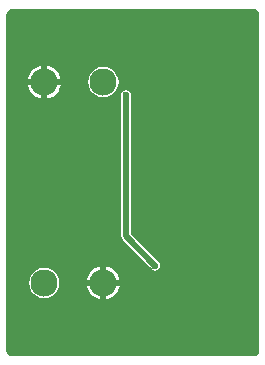
<source format=gbl>
G04*
G04 #@! TF.GenerationSoftware,Altium Limited,Altium Designer,21.5.1 (32)*
G04*
G04 Layer_Physical_Order=2*
G04 Layer_Color=16711680*
%FSLAX25Y25*%
%MOIN*%
G70*
G04*
G04 #@! TF.SameCoordinates,B42815E3-1C8A-49E7-A1B9-2BA69348AFE0*
G04*
G04*
G04 #@! TF.FilePolarity,Positive*
G04*
G01*
G75*
%ADD26C,0.02000*%
%ADD28C,0.09055*%
%ADD29C,0.02362*%
G36*
X84446Y117291D02*
X84812Y117139D01*
X85142Y116919D01*
X85423Y116638D01*
X85643Y116308D01*
X85795Y115942D01*
X85872Y115553D01*
Y115354D01*
Y3543D01*
Y3345D01*
X85795Y2956D01*
X85643Y2589D01*
X85423Y2259D01*
X85142Y1979D01*
X84812Y1759D01*
X84446Y1607D01*
X84057Y1529D01*
X3345D01*
X2956Y1607D01*
X2589Y1759D01*
X2259Y1979D01*
X1979Y2259D01*
X1759Y2589D01*
X1607Y2956D01*
X1529Y3345D01*
Y3543D01*
Y115354D01*
Y115553D01*
X1607Y115942D01*
X1759Y116308D01*
X1979Y116638D01*
X2259Y116919D01*
X2589Y117139D01*
X2956Y117291D01*
X3345Y117368D01*
X84057D01*
X84446Y117291D01*
D02*
G37*
%LPC*%
G36*
X15173Y98357D02*
Y93913D01*
X19617D01*
X19558Y94356D01*
X19002Y95701D01*
X18115Y96856D01*
X16961Y97742D01*
X15616Y98299D01*
X15173Y98357D01*
D02*
G37*
G36*
X13173D02*
X12730Y98299D01*
X11386Y97742D01*
X10231Y96856D01*
X9345Y95701D01*
X8788Y94356D01*
X8730Y93913D01*
X13173D01*
Y98357D01*
D02*
G37*
G36*
X33858Y97984D02*
X32546Y97812D01*
X31323Y97305D01*
X30273Y96499D01*
X29467Y95449D01*
X28960Y94226D01*
X28787Y92913D01*
X28960Y91601D01*
X29467Y90378D01*
X30273Y89328D01*
X31323Y88522D01*
X32546Y88015D01*
X33858Y87842D01*
X35171Y88015D01*
X36394Y88522D01*
X37444Y89328D01*
X38250Y90378D01*
X38756Y91601D01*
X38929Y92913D01*
X38756Y94226D01*
X38250Y95449D01*
X37444Y96499D01*
X36394Y97305D01*
X35171Y97812D01*
X33858Y97984D01*
D02*
G37*
G36*
X13173Y91913D02*
X8730D01*
X8788Y91470D01*
X9345Y90126D01*
X10231Y88971D01*
X11386Y88085D01*
X12730Y87528D01*
X13173Y87470D01*
Y91913D01*
D02*
G37*
G36*
X19617D02*
X15173D01*
Y87470D01*
X15616Y87528D01*
X16961Y88085D01*
X18115Y88971D01*
X19002Y90126D01*
X19558Y91470D01*
X19617Y91913D01*
D02*
G37*
G36*
X41437Y90198D02*
X40781Y90068D01*
X40225Y89696D01*
X39853Y89140D01*
X39723Y88484D01*
X39853Y87828D01*
X39908Y87747D01*
Y41535D01*
X40024Y40950D01*
X40356Y40454D01*
X49578Y31231D01*
X49597Y31135D01*
X49969Y30579D01*
X50525Y30208D01*
X51181Y30077D01*
X51837Y30208D01*
X52393Y30579D01*
X52765Y31135D01*
X52895Y31791D01*
X52765Y32447D01*
X52393Y33003D01*
X51837Y33375D01*
X51741Y33394D01*
X42966Y42169D01*
Y87747D01*
X43021Y87828D01*
X43151Y88484D01*
X43021Y89140D01*
X42649Y89696D01*
X42093Y90068D01*
X41437Y90198D01*
D02*
G37*
G36*
X34858Y31428D02*
Y26984D01*
X39302D01*
X39244Y27427D01*
X38687Y28772D01*
X37801Y29926D01*
X36646Y30813D01*
X35301Y31370D01*
X34858Y31428D01*
D02*
G37*
G36*
X32858D02*
X32415Y31370D01*
X31071Y30813D01*
X29916Y29926D01*
X29030Y28772D01*
X28473Y27427D01*
X28415Y26984D01*
X32858D01*
Y31428D01*
D02*
G37*
G36*
X14173Y31055D02*
X12861Y30882D01*
X11638Y30376D01*
X10588Y29570D01*
X9782Y28520D01*
X9275Y27297D01*
X9102Y25984D01*
X9275Y24672D01*
X9782Y23449D01*
X10588Y22399D01*
X11638Y21593D01*
X12861Y21086D01*
X14173Y20913D01*
X15486Y21086D01*
X16709Y21593D01*
X17759Y22399D01*
X18565Y23449D01*
X19071Y24672D01*
X19244Y25984D01*
X19071Y27297D01*
X18565Y28520D01*
X17759Y29570D01*
X16709Y30376D01*
X15486Y30882D01*
X14173Y31055D01*
D02*
G37*
G36*
X39302Y24984D02*
X34858D01*
Y20541D01*
X35301Y20599D01*
X36646Y21156D01*
X37801Y22042D01*
X38687Y23197D01*
X39244Y24541D01*
X39302Y24984D01*
D02*
G37*
G36*
X32858D02*
X28415D01*
X28473Y24541D01*
X29030Y23197D01*
X29916Y22042D01*
X31071Y21156D01*
X32415Y20599D01*
X32858Y20541D01*
Y24984D01*
D02*
G37*
%LPD*%
D26*
X41437Y41535D02*
Y88484D01*
Y41535D02*
X51181Y31791D01*
X51181D01*
D28*
X33858Y92913D02*
D03*
X14173D02*
D03*
X33858Y25984D02*
D03*
X14173D02*
D03*
D29*
X56693Y114173D02*
D03*
X41142Y13189D02*
D03*
Y21457D02*
D03*
X48819Y114173D02*
D03*
X41142Y30118D02*
D03*
Y37992D02*
D03*
X61811Y41732D02*
D03*
X64567Y114173D02*
D03*
X82874Y104134D02*
D03*
X41437Y88484D02*
D03*
X82874Y112402D02*
D03*
Y87599D02*
D03*
Y95866D02*
D03*
X72441Y114173D02*
D03*
X58071Y21457D02*
D03*
X82874Y79331D02*
D03*
X74607D02*
D03*
X82874Y29724D02*
D03*
X58071Y79331D02*
D03*
X82874Y71063D02*
D03*
Y62795D02*
D03*
X74607Y37992D02*
D03*
X66339Y79331D02*
D03*
X58071Y71063D02*
D03*
X82874Y37992D02*
D03*
X74607Y29724D02*
D03*
X51181Y31791D02*
D03*
X75689Y54823D02*
D03*
X75492Y52362D02*
D03*
X73425Y53740D02*
D03*
X25000Y87599D02*
D03*
X8465Y79331D02*
D03*
X25000Y71063D02*
D03*
X49803Y21457D02*
D03*
X25000Y104134D02*
D03*
X33268Y71063D02*
D03*
X8465Y104134D02*
D03*
X33268Y46260D02*
D03*
X16732Y79331D02*
D03*
Y104134D02*
D03*
X33268Y79331D02*
D03*
X25000D02*
D03*
X58071Y13189D02*
D03*
X33268Y37992D02*
D03*
X49803Y79331D02*
D03*
X8465Y87599D02*
D03*
X49803Y13189D02*
D03*
Y37992D02*
D03*
X25000Y95866D02*
D03*
X49803Y71063D02*
D03*
X33268Y13189D02*
D03*
X52362Y41339D02*
D03*
X46850D02*
D03*
X49606D02*
D03*
M02*

</source>
